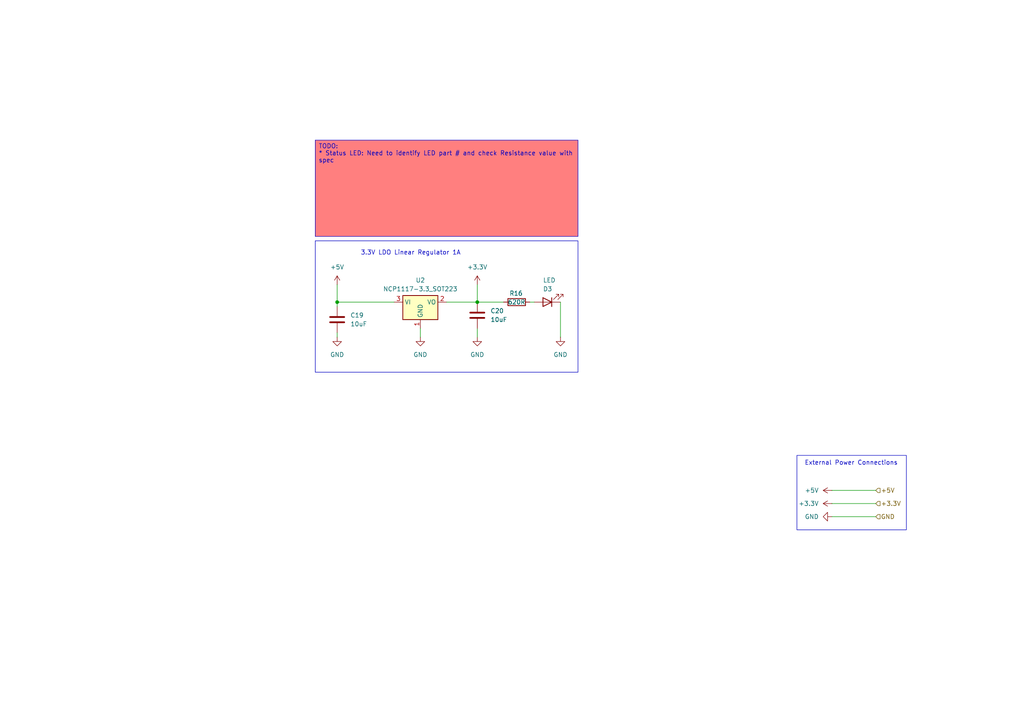
<source format=kicad_sch>
(kicad_sch (version 20231120) (generator "eeschema") (generator_version "8.0")
  (paper "A4")
  (lib_symbols
    (symbol "Device:C" (pin_numbers hide) (pin_names (offset 0.254))
      (property "Reference" "C" (at 0.635 2.54 0))
      (property "Value" "C" (at 0.635 -2.54 0))
      (symbol "C_0_1"
        (polyline (pts (xy -2.032 -0.762) (xy 2.032 -0.762)) (stroke (width 0.508)))
        (polyline (pts (xy -2.032 0.762) (xy 2.032 0.762)) (stroke (width 0.508)))
      )
      (symbol "C_1_1"
        (pin passive line (at 0 3.81 270) (length 2.794) (name "~") (number "1"))
        (pin passive line (at 0 -3.81 90) (length 2.794) (name "~") (number "2"))
      )
    )
    (symbol "Device:LED" (pin_numbers hide) (pin_names (offset 1.016) hide)
      (property "Reference" "D" (at 0 2.54 0))
      (property "Value" "LED" (at 0 -2.54 0))
      (symbol "LED_0_1"
        (polyline (pts (xy -1.27 -1.27) (xy -1.27 1.27)) (stroke (width 0.254)))
        (polyline (pts (xy -1.27 0) (xy 1.27 0)))
        (polyline (pts (xy 1.27 -1.27) (xy 1.27 1.27) (xy -1.27 0) (xy 1.27 -1.27)) (stroke (width 0.254)))
        (polyline (pts (xy -3.048 -0.762) (xy -4.572 -2.286) (xy -3.81 -2.286) (xy -4.572 -2.286) (xy -4.572 -1.524)))
        (polyline (pts (xy -1.778 -0.762) (xy -3.302 -2.286) (xy -2.54 -2.286) (xy -3.302 -2.286) (xy -3.302 -1.524)))
      )
      (symbol "LED_1_1"
        (pin passive line (at -3.81 0 0) (length 2.54) (name "K") (number "1"))
        (pin passive line (at 3.81 0 180) (length 2.54) (name "A") (number "2"))
      )
    )
    (symbol "Device:R" (pin_numbers hide) (pin_names (offset 0))
      (property "Reference" "R" (at 2.032 0 90))
      (property "Value" "R" (at 0 0 90))
      (symbol "R_0_1"
        (rectangle (start -1.016 -2.54) (end 1.016 2.54) (stroke (width 0.254)))
      )
      (symbol "R_1_1"
        (pin passive line (at 0 3.81 270) (length 1.27) (name "~") (number "1"))
        (pin passive line (at 0 -3.81 90) (length 1.27) (name "~") (number "2"))
      )
    )
    (symbol "Regulator_Linear:NCP1117-3.3_SOT223"
      (property "Reference" "U" (at -3.81 3.175 0))
      (property "Value" "NCP1117-3.3_SOT223" (at 0 3.175 0))
      (symbol "NCP1117-3.3_SOT223_0_1"
        (rectangle (start -5.08 -5.08) (end 5.08 1.905) (stroke (width 0.254)) (fill (type background)))
      )
      (symbol "NCP1117-3.3_SOT223_1_1"
        (pin power_in line (at 0 -7.62 90) (length 2.54) (name "GND") (number "1"))
        (pin power_out line (at 7.62 0 180) (length 2.54) (name "VO") (number "2"))
        (pin power_in line (at -7.62 0 0) (length 2.54) (name "VI") (number "3"))
      )
    )
    (symbol "power:+24V" (power) (pin_numbers hide) (pin_names (offset 0) hide)
      (property "Value" "+24V" (at 0 3.556 0))
      (symbol "+24V_0_1"
        (polyline (pts (xy -0.762 1.27) (xy 0 2.54)))
        (polyline (pts (xy 0 0) (xy 0 2.54)))
        (polyline (pts (xy 0 2.54) (xy 0.762 1.27)))
      )
      (symbol "+24V_1_1"
        (pin power_in line (at 0 0 90) (length 0) (name "~") (number "1"))
      )
    )
    (symbol "power:+5V" (power) (pin_numbers hide) (pin_names (offset 0) hide)
      (property "Value" "+5V" (at 0 3.556 0))
      (symbol "+5V_0_1"
        (polyline (pts (xy -0.762 1.27) (xy 0 2.54)))
        (polyline (pts (xy 0 0) (xy 0 2.54)))
        (polyline (pts (xy 0 2.54) (xy 0.762 1.27)))
      )
      (symbol "+5V_1_1"
        (pin power_in line (at 0 0 90) (length 0) (name "~") (number "1"))
      )
    )
    (symbol "power:GND" (power) (pin_numbers hide) (pin_names (offset 0) hide)
      (property "Value" "GND" (at 0 -3.81 0))
      (symbol "GND_0_1"
        (polyline (pts (xy 0 0) (xy 0 -1.27) (xy 1.27 -1.27) (xy 0 -2.54) (xy -1.27 -1.27) (xy 0 -1.27)))
      )
      (symbol "GND_1_1"
        (pin power_in line (at 0 0 270) (length 0) (name "~") (number "1"))
      )
    )
  )
  (junction (at 97.79 87.63))
  (junction (at 138.43 87.63))
  (wire (pts (xy 241.3 142.24) (xy 254 142.24)))
  (wire (pts (xy 138.43 97.79) (xy 138.43 95.25)))
  (wire (pts (xy 97.79 88.9) (xy 97.79 87.63)))
  (wire (pts (xy 121.92 97.79) (xy 121.92 95.25)))
  (wire (pts (xy 138.43 87.63) (xy 146.05 87.63)))
  (wire (pts (xy 241.3 146.05) (xy 254 146.05)))
  (wire (pts (xy 97.79 97.79) (xy 97.79 96.52)))
  (wire (pts (xy 97.79 87.63) (xy 114.3 87.63)))
  (wire (pts (xy 97.79 82.55) (xy 97.79 87.63)))
  (wire (pts (xy 162.56 97.79) (xy 162.56 87.63)))
  (wire (pts (xy 241.3 149.86) (xy 254 149.86)))
  (wire (pts (xy 153.67 87.63) (xy 154.94 87.63)))
  (wire (pts (xy 138.43 82.55) (xy 138.43 87.63)))
  (wire (pts (xy 138.43 87.63) (xy 129.54 87.63)))
  (rectangle (start 91.44 69.85) (end 167.64 107.95))
  (rectangle (start 231.14 132.08) (end 262.89 153.67))
  (text_box "TODO:\n* Status LED: Need to identify LED part # and check Resistance value with spec" (at 91.44 40.64 0) (size 76.2 27.94) (fill (type color) (color 255 0 0 0.5)) (effects (font (size 1.27 1.27)) (justify left top)))
  (text "External Power Connections" (at 246.888 134.366 0) (effects (font (size 1.27 1.27))))
  (text "3.3V LDO Linear Regulator 1A" (at 119.126 73.406 0) (effects (font (size 1.27 1.27))))
  (hierarchical_label "+3.3V" (shape input) (at 254 146.05 0))
  (hierarchical_label "+5V" (shape input) (at 254 142.24 0))
  (hierarchical_label "GND" (shape input) (at 254 149.86 0))
  (symbol (lib_id "power:GND") (at 241.3 149.86 270) (unit 1)
    (property "Reference" "#PWR036" (effects (hide yes)))
    (property "Value" "GND" (at 237.49 149.8599 90) (effects (justify right)))
    (property "Description" "Power symbol creates a global label with name \"GND\" , ground" (effects (hide yes)))
  )
  (symbol (lib_id "power:+24V") (at 241.3 146.05 90) (unit 1)
    (property "Reference" "#PWR035" (effects (hide yes)))
    (property "Value" "+3.3V" (at 237.49 146.0499 90) (effects (justify left)))
    (property "Description" "Power symbol creates a global label with name \"+24V\"" (effects (hide yes)))
  )
  (symbol (lib_id "power:GND") (at 97.79 97.79 0) (unit 1)
    (property "Reference" "#PWR017" (effects (hide yes)))
    (property "Value" "GND" (at 97.79 102.87 0))
    (property "Description" "Power symbol creates a global label with name \"GND\" , ground" (effects (hide yes)))
  )
  (symbol (lib_id "Device:C") (at 97.79 92.71 0) (unit 1)
    (property "Reference" "C19" (at 101.6 91.4399 0) (effects (justify left)))
    (property "Value" "10uF" (at 101.6 93.9799 0) (effects (justify left)))
    (property "Description" "Unpolarized capacitor" (effects (hide yes)))
  )
  (symbol (lib_id "power:+24V") (at 138.43 82.55 0) (unit 1)
    (property "Reference" "#PWR030" (effects (hide yes)))
    (property "Value" "+3.3V" (at 138.43 77.47 0))
    (property "Description" "Power symbol creates a global label with name \"+24V\"" (effects (hide yes)))
  )
  (symbol (lib_id "Device:LED") (at 158.75 87.63 180) (unit 1)
    (property "Reference" "D3" (at 157.48 83.82 0) (effects (justify right)))
    (property "Value" "LED" (at 157.48 81.28 0) (effects (justify right)))
    (property "Description" "Light emitting diode" (effects (hide yes)))
  )
  (symbol (lib_id "power:+5V") (at 97.79 82.55 0) (unit 1)
    (property "Reference" "#PWR014" (effects (hide yes)))
    (property "Value" "+5V" (at 97.79 77.47 0))
    (property "Description" "Power symbol creates a global label with name \"+5V\"" (effects (hide yes)))
  )
  (symbol (lib_id "power:GND") (at 121.92 97.79 0) (unit 1)
    (property "Reference" "#PWR020" (effects (hide yes)))
    (property "Value" "GND" (at 121.92 102.87 0))
    (property "Description" "Power symbol creates a global label with name \"GND\" , ground" (effects (hide yes)))
  )
  (symbol (lib_id "Device:R") (at 149.86 87.63 90) (unit 1)
    (property "Reference" "R16" (at 151.638 85.09 90) (effects (justify left)))
    (property "Value" "620R" (at 152.4 87.63 90) (effects (justify left)))
    (property "Description" "Resistor" (effects (hide yes)))
  )
  (symbol (lib_id "Device:C") (at 138.43 91.44 0) (unit 1)
    (property "Reference" "C20" (at 142.24 90.1699 0) (effects (justify left)))
    (property "Value" "10uF" (at 142.24 92.7099 0) (effects (justify left)))
    (property "Description" "Unpolarized capacitor" (effects (hide yes)))
  )
  (symbol (lib_id "power:GND") (at 138.43 97.79 0) (unit 1)
    (property "Reference" "#PWR027" (effects (hide yes)))
    (property "Value" "GND" (at 138.43 102.87 0))
    (property "Description" "Power symbol creates a global label with name \"GND\" , ground" (effects (hide yes)))
  )
  (symbol (lib_id "power:+5V") (at 241.3 142.24 90) (unit 1)
    (property "Reference" "#PWR034" (effects (hide yes)))
    (property "Value" "+5V" (at 237.49 142.2399 90) (effects (justify left)))
    (property "Description" "Power symbol creates a global label with name \"+5V\"" (effects (hide yes)))
  )
  (symbol (lib_id "Regulator_Linear:NCP1117-3.3_SOT223") (at 121.92 87.63 0) (unit 1)
    (property "Reference" "U2" (at 121.92 81.28 0))
    (property "Value" "NCP1117-3.3_SOT223" (at 121.92 83.82 0))
    (property "Footprint" "Package_TO_SOT_SMD:SOT-223-3_TabPin2" (effects (hide yes)))
    (property "Datasheet" "http://www.onsemi.com/pub_link/Collateral/NCP1117-D.PDF" (effects (hide yes)))
    (property "Description" "1A Low drop-out regulator, Fixed Output 3.3V, SOT-223" (effects (hide yes)))
  )
  (symbol (lib_id "power:GND") (at 162.56 97.79 0) (unit 1)
    (property "Reference" "#PWR033" (effects (hide yes)))
    (property "Value" "GND" (at 162.56 102.87 0))
    (property "Description" "Power symbol creates a global label with name \"GND\" , ground" (effects (hide yes)))
  )
)
</source>
